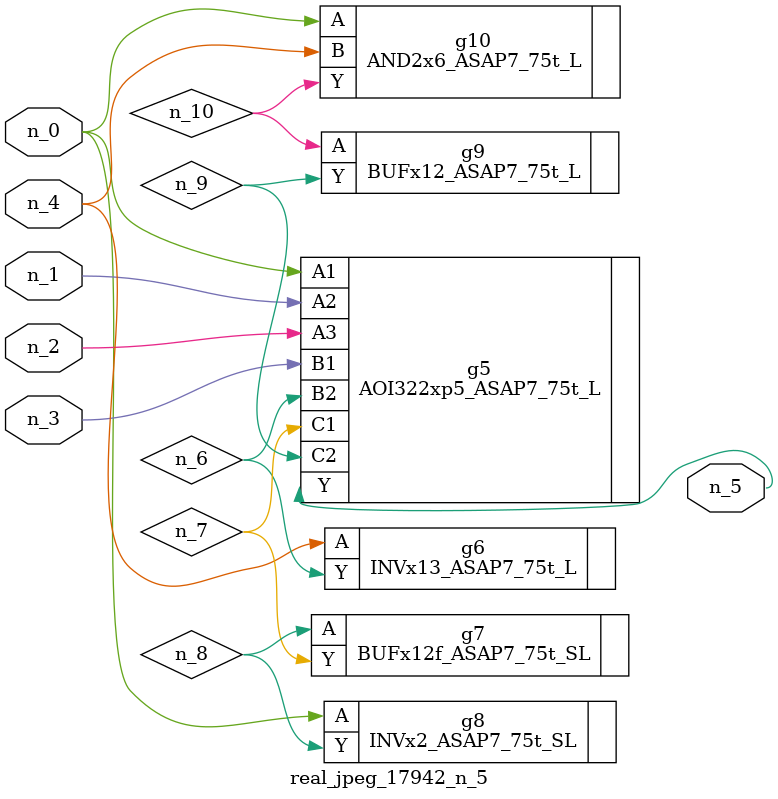
<source format=v>
module real_jpeg_17942_n_5 (n_4, n_0, n_1, n_2, n_3, n_5);

input n_4;
input n_0;
input n_1;
input n_2;
input n_3;

output n_5;

wire n_8;
wire n_6;
wire n_7;
wire n_10;
wire n_9;

AOI322xp5_ASAP7_75t_L g5 ( 
.A1(n_0),
.A2(n_1),
.A3(n_2),
.B1(n_3),
.B2(n_6),
.C1(n_7),
.C2(n_9),
.Y(n_5)
);

INVx2_ASAP7_75t_SL g8 ( 
.A(n_0),
.Y(n_8)
);

AND2x6_ASAP7_75t_L g10 ( 
.A(n_0),
.B(n_4),
.Y(n_10)
);

INVx13_ASAP7_75t_L g6 ( 
.A(n_4),
.Y(n_6)
);

BUFx12f_ASAP7_75t_SL g7 ( 
.A(n_8),
.Y(n_7)
);

BUFx12_ASAP7_75t_L g9 ( 
.A(n_10),
.Y(n_9)
);


endmodule
</source>
